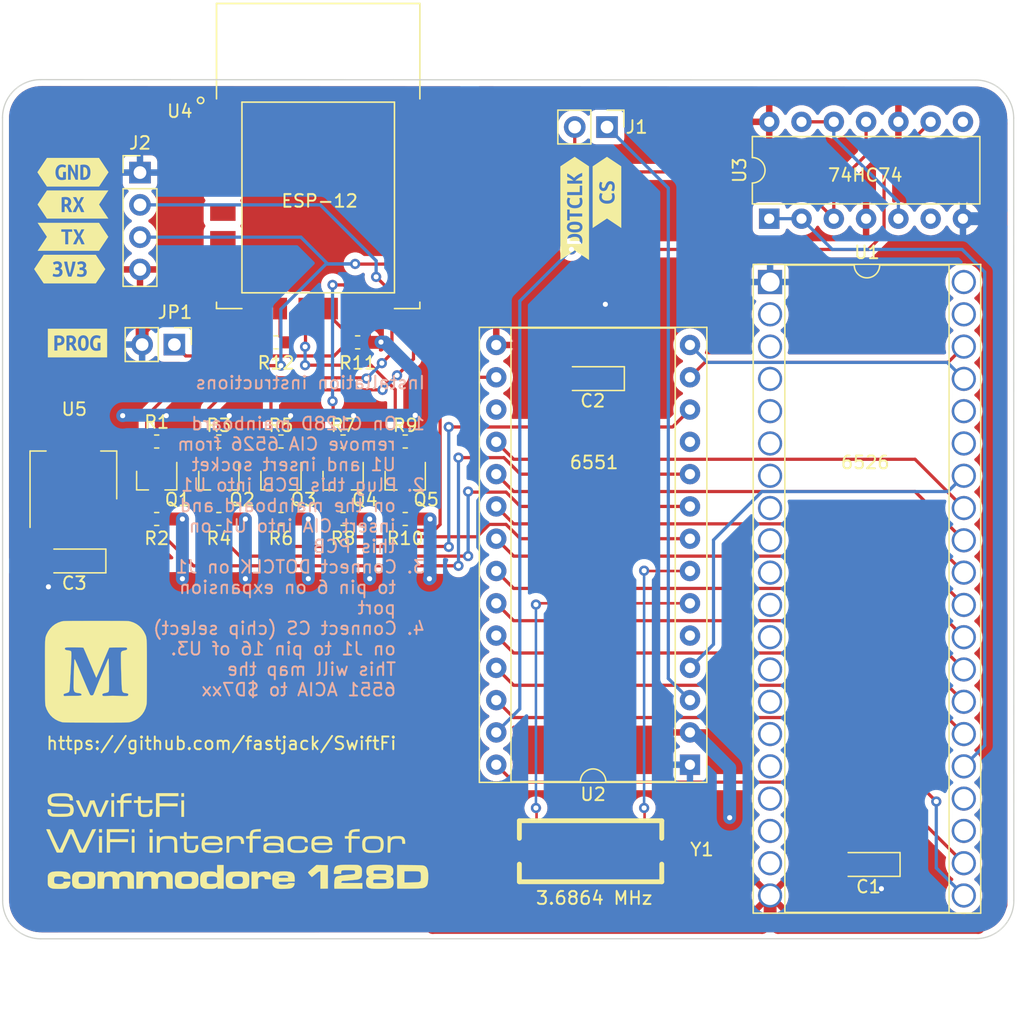
<source format=kicad_pcb>
(kicad_pcb (version 20210424) (generator pcbnew)
  (layers (0 "F.Cu" signal) (31 "B.Cu" signal) (34 "B.Paste" user) (35 "F.Paste" user) (36 "B.SilkS" user "B.Silkscreen") (37 "F.SilkS" user "F.Silkscreen") (38 "B.Mask" user) (39 "F.Mask" user) (44 "Edge.Cuts" user))
  (net 0 "")
  (net 1 "+5V")
  (net 2 "GND")
  (net 3 "+3V3")
  (net 4 "/ACIA_CS")
  (net 5 "/LV_TX")
  (net 6 "/LV_RX")
  (net 7 "/HV_RX")
  (net 8 "/HV_TX")
  (net 9 "Net-(JP1-Pad1)")
  (net 10 "/HV_CTS")
  (net 11 "/LV_CTS")
  (net 12 "/HV_RTS")
  (net 13 "/LV_RTS")
  (net 14 "/HV_DCD")
  (net 15 "/LV_DCD")
  (net 16 "Net-(R12-Pad2)")
  (net 20 "/A0")
  (net 22 "/A1")
  (net 24 "/A2")
  (net 26 "/A3")
  (net 28 "/~RESET")
  (net 30 "/D0")
  (net 32 "/D1")
  (net 34 "/D2")
  (net 36 "/D3")
  (net 38 "/D4")
  (net 40 "/D5")
  (net 42 "/D6")
  (net 44 "/D7")
  (net 46 "/PHI2")
  (net 52 "/R~W")
  (net 54 "/~IRQ")
  (net 55 "Net-(U2-Pad27)")
  (net 57 "/XTAL+")
  (net 58 "/XTAL-")
  (net 73 "/DOTCLK")
  (net 74 "Net-(U3-Pad12)")
  (footprint "Capacitor_Tantalum_SMD:CP_EIA-3216-10_Kemet-I_Pad1.58x1.35mm_HandSolder" (layer "F.Cu") (at 160.6792 79.76 180)
    (fp_text reference "C2")
    (fp_text value "100nF")
  )
  (footprint "M-Logo-08:F.SilkS_g17" (layer "F.Cu") (at 145.288 130.295769)
    (fp_text reference "M_LOGO" hide)
    (fp_text value "LOGO" hide)
  )
  (footprint "Package_TO_SOT_SMD_Custom:SOT-223" (layer "F.Cu") (at 119.8194 87.366 90)
    (fp_text reference "U5")
    (fp_text value "LM1117-3.3")
  )
  (footprint "Resistor_SMD:R_0603_1608Metric" (layer "F.Cu") (at 145.9286 84.709 180)
    (fp_text reference "R9")
    (fp_text value "10k")
  )
  (footprint "Package_TO_SOT_SMD:SOT-23" (layer "F.Cu") (at 145.9286 87.757 -90)
    (fp_text reference "Q5")
    (fp_text value "BSS138")
  )
  (footprint "XCVR_ESP8266-12E:ESP-12E" (layer "F.Cu") (at 139.079199 65.750592)
    (fp_text reference "U4")
    (fp_text value "ESP-12E")
  )
  (footprint "Package_DIP:DIP-28_W15.24mm_Socket" (layer "F.Cu") (at 168.3272 110.136 180)
    (fp_text reference "U2")
    (fp_text value "6551")
  )
  (footprint "Package_TO_SOT_SMD:SOT-23" (layer "F.Cu") (at 131.2631 87.757 -90)
    (fp_text reference "Q2")
    (fp_text value "BSS138")
  )
  (footprint "Resistor_SMD:R_0603_1608Metric" (layer "F.Cu") (at 126.3746 84.709 180)
    (fp_text reference "R1")
    (fp_text value "10k")
  )
  (footprint "Resistor_SMD:R_0603_1608Metric" (layer "F.Cu") (at 126.3746 90.805 180)
    (fp_text reference "R2")
    (fp_text value "10k")
  )
  (footprint "kicad-libraries:HC49%2fUS" (layer "F.Cu") (at 160.5072 116.9412 180)
    (fp_text reference "Y1")
    (fp_text value "3.6864 MHz")
  )
  (footprint "Resistor_SMD:R_0603_1608Metric" (layer "F.Cu") (at 131.2631 90.805 180)
    (fp_text reference "R4")
    (fp_text value "10k")
  )
  (footprint "Capacitor_Tantalum_SMD:CP_EIA-3216-10_Kemet-I_Pad1.58x1.35mm_HandSolder" (layer "F.Cu") (at 182.372 117.983 180)
    (fp_text reference "C1")
    (fp_text value "100nF")
  )
  (footprint "svg2mod" (layer "F.Cu") (at 161.798 65.112494 90)
    (fp_text reference "CS_LABEL" hide)
    (fp_text value "G***" hide)
  )
  (footprint "svg2mod" (layer "F.Cu") (at 119.7864 63.5254)
    (fp_text reference "GND_LABEL" hide)
    (fp_text value "G***" hide)
  )
  (footprint "Connector_PinHeader_2.54mm:PinHeader_1x02_P2.54mm_Vertical" (layer "F.Cu") (at 127.767 77.0822 -90)
    (fp_text reference "JP1")
    (fp_text value "PROG")
  )
  (footprint "Package_TO_SOT_SMD:SOT-23" (layer "F.Cu") (at 141.0401 87.757 -90)
    (fp_text reference "Q4")
    (fp_text value "BSS138")
  )
  (footprint "svg2mod" (layer "F.Cu") (at 120.142 76.962)
    (fp_text reference "PROG_LABEL" hide)
    (fp_text value "G***" hide)
  )
  (footprint "Package_TO_SOT_SMD:SOT-23" (layer "F.Cu") (at 136.1516 87.757 -90)
    (fp_text reference "Q3")
    (fp_text value "BSS138")
  )
  (footprint "Capacitor_Tantalum_SMD:CP_EIA-3216-10_Kemet-I_Pad1.58x1.35mm_HandSolder" (layer "F.Cu") (at 119.888 94.107 180)
    (fp_text reference "C3")
    (fp_text value "22µF")
  )
  (footprint "SwiftFi Text:F.SilkS_g388" (layer "F.Cu") (at 133.096 115.316)
    (fp_text reference "G***" hide)
    (fp_text value "LOGO" hide)
  )
  (footprint "Package_DIP:DIP-14_W7.62mm" (layer "F.Cu") (at 174.564 67.18 90)
    (fp_text reference "U3")
    (fp_text value "74HC74")
  )
  (footprint "Resistor_SMD:R_0603_1608Metric" (layer "F.Cu") (at 131.2631 84.709 180)
    (fp_text reference "R3")
    (fp_text value "10k")
  )
  (footprint "Resistor_SMD:R_0603_1608Metric" (layer "F.Cu") (at 142.1832 76.909)
    (fp_text reference "R11")
    (fp_text value "10k")
  )
  (footprint "Connector_PinHeader_2.54mm:PinHeader_1x04_P2.54mm_Vertical" (layer "F.Cu") (at 125.0604 63.5524)
    (fp_text reference "J2")
    (fp_text value "Programming")
  )
  (footprint "svg2mod" (layer "F.Cu") (at 119.5324 71.1454)
    (fp_text reference "3V3_LABEL" hide)
    (fp_text value "G***" hide)
  )
  (footprint "Resistor_SMD:R_0603_1608Metric" (layer "F.Cu") (at 145.9286 90.805 180)
    (fp_text reference "R10")
    (fp_text value "10k")
  )
  (footprint "svg2mod" (layer "F.Cu") (at 119.7864 66.0654)
    (fp_text reference "RX_LABEL" hide)
    (fp_text value "G***" hide)
  )
  (footprint "svg2mod" (layer "F.Cu") (at 119.7864 68.6054)
    (fp_text reference "TX_LABEL" hide)
    (fp_text value "G***" hide)
  )
  (footprint "Resistor_SMD:R_0603_1608Metric" (layer "F.Cu") (at 141.0401 84.709 180)
    (fp_text reference "R7")
    (fp_text value "10k")
  )
  (footprint "Package_TO_SOT_SMD:SOT-23" (layer "F.Cu") (at 126.3746 87.757 -90)
    (fp_text reference "Q1")
    (fp_text value "BSS138")
  )
  (footprint "svg2mod" (layer "F.Cu") (at 159.258 66.3702 90)
    (fp_text reference "DOTCLK_LABEL" hide)
    (fp_text value "G***" hide)
  )
  (footprint "Connector_PinHeader_2.54mm:PinHeader_1x02_P2.54mm_Vertical" (layer "F.Cu") (at 161.803 59.971 -90)
    (fp_text reference "J1")
    (fp_text value "Addl Signals")
  )
  (footprint "Resistor_SMD:R_0603_1608Metric" (layer "F.Cu") (at 141.0401 90.805 180)
    (fp_text reference "R8")
    (fp_text value "10k")
  )
  (footprint "Resistor_SMD:R_0603_1608Metric" (layer "F.Cu") (at 136.1516 84.709 180)
    (fp_text reference "R5")
    (fp_text value "10k")
  )
  (footprint "Resistor_SMD:R_0603_1608Metric" (layer "F.Cu") (at 136.1516 90.805 180)
    (fp_text reference "R6")
    (fp_text value "10k")
  )
  (footprint "Package_DIP:DIP-40_W15.24mm_Socket" (layer "F.Cu") (at 174.632 72.163)
    (fp_text reference "U1")
    (fp_text value "6526")
  )
  (footprint "Resistor_SMD:R_0603_1608Metric" (layer "F.Cu") (at 135.7632 76.909)
    (fp_text reference "R12")
    (fp_text value "10k")
  )
  (gr_arc (start 117.2536 120.8302) (end 117.2536 123.8302) (angle 90) (layer "Edge.Cuts") (width 0.1))
  (gr_arc (start 117.244 59.24) (end 114.244 59.24) (angle 90) (layer "Edge.Cuts") (width 0.1))
  (gr_line (start 117.244 56.24) (end 190.795026 56.267974) (layer "Edge.Cuts") (width 0.1))
  (gr_line (start 114.2536 120.8302) (end 114.244 59.24) (layer "Edge.Cuts") (width 0.1))
  (gr_arc (start 190.795026 59.267974) (end 190.795026 56.267974) (angle 90) (layer "Edge.Cuts") (width 0.1))
  (gr_line (start 193.795026 59.267974) (end 193.8072 120.8206) (layer "Edge.Cuts") (width 0.1))
  (gr_line (start 190.8072 123.8206) (end 117.2536 123.8302) (layer "Edge.Cuts") (width 0.1))
  (gr_arc (start 190.8072 120.8206) (end 193.8072 120.8206) (angle 90) (layer "Edge.Cuts") (width 0.1))
  (gr_text "Installation instructions\n\n1. On C128D mainboard\n   remove CIA 6526 from \n   U1 and insert socket\n2. Plug this PCB into U1\n   on the mainboard and\n   insert CIA into U1 on\n   this PCB\n3. Connect DOTCLK on J1\n   to pin 6 on expansion\n   port\n4. Connect CS (chip select)\n   on J1 to pin 16 of U3.\n   This will map the \n   6551 ACIA to $D7xx\n\n" (at 147.574 92.964) (layer "B.SilkS") (effects (font (size 1 1)) (justify left mirror)))
  (gr_text "6551" (at 160.782 86.36) (layer "F.SilkS") (effects (font (size 1 1))))
  (gr_text "https://github.com/fastjack/SwiftFi" (at 117.602 108.458) (layer "F.SilkS") (effects (font (size 1 1)) (justify left)))
  (gr_text "ESP-12" (at 139.192 65.786) (layer "F.SilkS") (effects (font (size 1 1))))
  (gr_text "74HC74" (at 182.118 63.754) (layer "F.SilkS") (effects (font (size 1 1))))
  (gr_text "6526" (at 182.118 86.36) (layer "F.SilkS") (effects (font (size 1 1))))
  (segment (start 128.397 95.504) (end 127.762 95.504) (width 1.016) (layer "F.Cu") (net 1))
  (segment (start 133.35 95.504) (end 132.842 95.504) (width 1.016) (layer "F.Cu") (net 1))
  (segment (start 192.786 59.69) (end 190.5 57.404) (width 1.016) (layer "F.Cu") (net 1))
  (segment (start 175.006 57.404) (end 174.564 57.846) (width 1.016) (layer "F.Cu") (net 1))
  (segment (start 141.8276 90.805) (end 143.129 90.805) (width 1.016) (layer "F.Cu") (net 1))
  (segment (start 154.178 57.404) (end 153.0872 58.4948) (width 1.016) (layer "F.Cu") (net 1))
  (segment (start 146.7161 90.805) (end 147.88248 90.805) (width 1.016) (layer "F.Cu") (net 1))
  (segment (start 184.724 57.724) (end 184.404 57.404) (width 1.016) (layer "F.Cu") (net 1))
  (segment (start 174.122 57.404) (end 154.178 57.404) (width 1.016) (layer "F.Cu") (net 1))
  (segment (start 138.303 95.504) (end 137.795 95.504) (width 1.016) (layer "F.Cu") (net 1))
  (segment (start 148.082 95.504) (end 148.082 122.936) (width 1.016) (layer "F.Cu") (net 1))
  (segment (start 132.0506 90.805) (end 133.35 90.805) (width 1.016) (layer "F.Cu") (net 1))
  (segment (start 192.786 121.158) (end 192.786 59.69) (width 1.016) (layer "F.Cu") (net 1))
  (segment (start 148.082 95.504) (end 147.32 95.504) (width 1.016) (layer "F.Cu") (net 1))
  (segment (start 142.494 95.504) (end 137.795 95.504) (width 1.016) (layer "F.Cu") (net 1))
  (segment (start 148.082 95.504) (end 148.082 96.52) (width 1.016) (layer "F.Cu") (net 1))
  (segment (start 174.564 57.846) (end 174.122 57.404) (width 1.016) (layer "F.Cu") (net 1))
  (segment (start 171.45 117.084903) (end 171.45 115.316) (width 1.016) (layer "F.Cu") (net 1))
  (segment (start 125.73 95.504) (end 122.1194 91.8934) (width 1.016) (layer "F.Cu") (net 1))
  (segment (start 185.044 57.404) (end 184.724 57.724) (width 1.016) (layer "F.Cu") (net 1))
  (segment (start 191.008 122.936) (end 192.786 121.158) (width 1.016) (layer "F.Cu") (net 1))
  (segment (start 127.762 95.504) (end 125.73 95.504) (width 1.016) (layer "F.Cu") (net 1))
  (segment (start 143.129 95.504) (end 142.494 95.504) (width 1.016) (layer "F.Cu") (net 1))
  (segment (start 174.004 122.936) (end 174.632 122.308) (width 1.016) (layer "F.Cu") (net 1))
  (segment (start 171.45 115.316) (end 171.45 114.3) (width 1.016) (layer "F.Cu") (net 1))
  (segment (start 184.404 57.404) (end 175.006 57.404) (width 1.016) (layer "F.Cu") (net 1))
  (segment (start 147.32 95.504) (end 142.494 95.504) (width 1.016) (layer "F.Cu") (net 1))
  (segment (start 136.9391 90.805) (end 138.303 90.805) (width 1.016) (layer "F.Cu") (net 1))
  (segment (start 148.082 122.936) (end 174.004 122.936) (width 1.016) (layer "F.Cu") (net 1))
  (segment (start 147.828 95.504) (end 147.32 95.504) (width 1.016) (layer "F.Cu") (net 1))
  (segment (start 174.632 122.308) (end 174.632 120.423) (width 1.016) (layer "F.Cu") (net 1))
  (segment (start 174.632 122.308) (end 175.26 122.936) (width 1.016) (layer "F.Cu") (net 1))
  (segment (start 175.26 122.936) (end 191.008 122.936) (width 1.016) (layer "F.Cu") (net 1))
  (segment (start 190.5 57.404) (end 185.044 57.404) (width 1.016) (layer "F.Cu") (net 1))
  (segment (start 127.1621 90.805) (end 128.397 90.805) (width 1.016) (layer "F.Cu") (net 1))
  (segment (start 122.1194 91.8934) (end 122.1194 90.516) (width 1.016) (layer "F.Cu") (net 1))
  (segment (start 132.842 95.504) (end 127.762 95.504) (width 1.016) (layer "F.Cu") (net 1))
  (segment (start 137.795 95.504) (end 132.842 95.504) (width 1.016) (layer "F.Cu") (net 1))
  (via (at 147.828 95.504) (size 0.8) (drill 0.4) (layers "F.Cu" "B.Cu") (net 1))
  (via (at 138.303 90.805) (size 0.8) (drill 0.4) (layers "F.Cu" "B.Cu") (net 1))
  (via (at 143.129 95.504) (size 0.8) (drill 0.4) (layers "F.Cu" "B.Cu") (net 1))
  (via (at 147.88248 90.805) (size 0.8) (drill 0.4) (layers "F.Cu" "B.Cu") (net 1))
  (via (at 128.397 90.805) (size 0.8) (drill 0.4) (layers "F.Cu" "B.Cu") (net 1))
  (via (at 128.397 95.504) (size 0.8) (drill 0.4) (layers "F.Cu" "B.Cu") (net 1))
  (via (at 138.303 95.504) (size 0.8) (drill 0.4) (layers "F.Cu" "B.Cu") (net 1))
  (via (at 171.45 114.3) (size 0.8) (drill 0.4) (layers "F.Cu" "B.Cu") (net 1))
  (via (at 143.129 90.805) (size 0.8) (drill 0.4) (layers "F.Cu" "B.Cu") (net 1))
  (via (at 133.35 90.805) (size 0.8) (drill 0.4) (layers "F.Cu" "B.Cu") (net 1))
  (via (at 133.35 95.504) (size 0.8) (drill 0.4) (layers "F.Cu" "B.Cu") (net 1))
  (segment (start 143.129 90.805) (end 143.129 95.504) (width 1.016) (layer "B.Cu") (net 1))
  (segment (start 168.3272 107.596) (end 168.66072 107.596) (width 1.016) (layer "B.Cu") (net 1))
  (segment (start 147.88248 90.805) (end 147.88248 95.44952) (width 1.016) (layer "B.Cu") (net 1))
  (segment (start 168.66072 107.596) (end 171.45 110.38528) (width 1.016) (layer "B.Cu") (net 1))
  (segment (start 147.88248 95.44952) (end 147.828 95.504) (width 1.016) (layer "B.Cu") (net 1))
  (segment (start 171.45 110.38528) (end 169.693209 108.628489) (width 1.016) (layer "B.Cu") (net 1))
  (segment (start 133.35 90.805) (end 133.35 95.504) (width 1.016) (layer "B.Cu") (net 1))
  (segment (start 171.45 114.3) (end 171.45 110.38528) (width 1.016) (layer "B.Cu") (net 1))
  (segment (start 138.303 90.805) (end 138.303 95.504) (width 1.016) (layer "B.Cu") (net 1))
  (segment (start 128.397 90.805) (end 128.397 95.504) (width 1.016) (layer "B.Cu") (net 1))
  (segment (start 134.079199 74.250592) (end 134.079199 76.012499) (width 1.016) (layer "F.Cu") (net 2))
  (segment (start 118.4505 95.5445) (end 117.856 96.139) (width 1.016) (layer "F.Cu") (net 2))
  (segment (start 117.5194 93.1759) (end 118.4505 94.107) (width 1.016) (layer "F.Cu") (net 2))
  (segment (start 118.4505 94.107) (end 118.4505 95.5445) (width 1.016) (layer "F.Cu") (net 2))
  (segment (start 161.671 79.3143) (end 162.1167 79.76) (width 1.016) (layer "F.Cu") (net 2))
  (segment (start 183.388 118.4045) (end 183.8095 117.983) (width 1.016) (layer "F.Cu") (net 2))
  (segment (start 183.388 119.888) (end 183.388 118.4045) (width 1.016) (layer "F.Cu") (net 2))
  (segment (start 125.227 77.0822) (end 125.227 75.880119) (width 1.016) (layer "F.Cu") (net 2))
  (segment (start 125.227 75.880119) (end 126.856527 74.250592) (width 1.016) (layer "F.Cu") (net 2))
  (segment (start 117.5194 90.516) (end 117.5194 93.1759) (width 1.016) (layer "F.Cu") (net 2))
  (segment (start 134.079199 76.012499) (end 134.9757 76.909) (width 1.016) (layer "F.Cu") (net 2))
  (segment (start 161.671 73.914) (end 161.671 79.3143) (width 1.016) (layer "F.Cu") (net 2))
  (segment (start 126.856527 74.250592) (end 134.079199 74.250592) (width 1.016) (layer "F.Cu") (net 2))
  (via (at 161.671 73.914) (size 0.8) (drill 0.4) (layers "F.Cu" "B.Cu") (net 2))
  (via (at 183.388 119.888) (size 0.8) (drill 0.4) (layers "F.Cu" "B.Cu") (net 2))
  (via (at 117.856 96.139) (size 0.8) (drill 0.4) (layers "F.Cu" "B.Cu") (net 2))
  (segment (start 192.786 66.542) (end 192.148 67.18) (width 1.016) (layer "B.Cu") (net 2))
  (segment (start 167.7444 122.682) (end 117.602 122.682) (width 1.016) (layer "B.Cu") (net 2))
  (segment (start 115.316 64.008) (end 115.7716 63.5524) (width 1.016) (layer "B.Cu") (net 2))
  (segment (start 115.316 96.774) (end 115.951 96.139) (width 1.016) (layer "B.Cu") (net 2))
  (segment (start 190.754 122.682) (end 183.896 122.682) (width 1.016) (layer "B.Cu") (net 2))
  (segment (start 182.88 122.682) (end 168.91 122.682) (width 1.016) (layer "B.Cu") (net 2))
  (segment (start 115.316 76.1864) (end 115.316 64.008) (width 1.016) (layer "B.Cu") (net 2))
  (segment (start 161.671 66.929) (end 161.671 73.914) (width 1.016) (layer "B.Cu") (net 2))
  (segment (start 170.688 68.326) (end 170.688 57.404) (width 1.016) (layer "B.Cu") (net 2))
  (segment (start 154.432 59.69) (end 161.671 66.929) (width 1.016) (layer "B.Cu") (net 2))
  (segment (start 115.316 120.396) (end 115.316 96.774) (width 1.016) (layer "B.Cu") (net 2))
  (segment (start 115.316 63.0968) (end 115.316 59.436) (width 1.016) (layer "B.Cu") (net 2))
  (segment (start 190.754 57.404) (end 192.786 59.436) (width 1.016) (layer "B.Cu") (net 2))
  (segment (start 117.348 57.404) (end 153.924 57.404) (width 1.016) (layer "B.Cu") (net 2))
  (segment (start 115.951 96.139) (end 117.856 96.139) (width 1.016) (layer "B.Cu") (net 2))
  (segment (start 183.388 122.174) (end 183.388 119.888) (width 1.016) (layer "B.Cu") (net 2))
  (segment (start 115.7716 63.5524) (end 115.316 63.0968) (width 1.016) (layer "B.Cu") (net 2))
  (segment (start 116.2118 77.0822) (end 115.316 76.1864) (width 1.016) (layer "B.Cu") (net 2))
  (segment (start 153.924 57.404) (end 154.432 57.912) (width 1.016) (layer "B.Cu") (net 2))
  (segment (start 174.632 72.163) (end 174.525 72.163) (width 1.016) (layer "B.Cu") (net 2))
  (segment (start 115.316 59.436) (end 117.348 57.404) (width 1.016) (layer "B.Cu") (net 2))
  (segment (start 154.94 57.404) (end 169.418 57.404) (width 1.016) (layer "B.Cu") (net 2))
  (segment (start 170.688 57.404) (end 190.754 57.404) (width 1.016) (layer "B.Cu") (net 2))
  (segment (start 154.432 57.912) (end 154.94 57.404) (width 1.016) (layer "B.Cu") (net 2))
  (segment (start 168.91 122.682) (end 168.3272 122.0992) (width 1.016) (layer "B.Cu") (net 2))
  (segment (start 192.786 120.65) (end 190.754 122.682) (width 1.016) (layer "B.Cu") (net 2))
  (segment (start 192.786 59.436) (end 192.786 66.542) (width 1.016) (layer "B.Cu") (net 2))
  (segment (start 168.3272 122.0992) (end 167.7444 122.682) (width 1.016) (layer "B.Cu") (net 2))
  (segment (start 117.602 122.682) (end 115.316 120.396) (width 1.016) (layer "B.Cu") (net 2))
  (segment (start 115.951 96.139) (end 115.316 95.504) (width 1.016) (layer "B.Cu") (net 2))
  (segment (start 115.316 95.504) (end 115.316 77.978) (width 1.016) (layer "B.Cu") (net 2))
  (segment (start 154.432 57.912) (end 154.432 59.69) (width 1.016) (layer "B.Cu") (net 2))
  (segment (start 192.148 67.18) (end 189.804 67.18) (width 1.016) (layer "B.Cu") (net 2))
  (segment (start 115.316 77.978) (end 116.2118 77.0822) (width 1.016) (layer "B.Cu") (net 2))
  (segment (start 183.896 122.682) (end 183.388 122.174) (width 1.016) (layer "B.Cu") (net 2))
  (segment (start 192.786 67.818) (end 192.786 120.65) (width 1.016) (layer "B.Cu") (net 2))
  (segment (start 183.388 122.174) (end 182.88 122.682) (width 1.016) (layer "B.Cu") (net 2))
  (segment (start 192.148 67.18) (end 192.786 67.818) (width 1.016) (layer "B.Cu") (net 2))
  (segment (start 141.8276 84.709) (end 141.8276 86.5945) (width 1.016) (layer "F.Cu") (net 3))
  (segment (start 115.316 59.436) (end 117.348 57.404) (width 1.016) (layer "F.Cu") (net 3))
  (segment (start 132.0506 84.709) (end 132.0506 86.5945) (width 1.016) (layer "F.Cu") (net 3))
  (segment (start 141.8276 82.7084) (end 141.859 82.677) (width 1.016) (layer "F.Cu") (net 3))
  (segment (start 132.0506 86.5945) (end 132.2131 86.757) (width 1.016) (layer "F.Cu") (net 3))
  (segment (start 115.316 83.962) (end 115.316 59.436) (width 1.016) (layer "F.Cu") (net 3))
  (segment (start 136.9391 86.5945) (end 137.1016 86.757) (width 1.016) (layer "F.Cu") (net 3))
  (segment (start 146.7161 84.709) (end 146.7161 86.5945) (width 1.016) (layer "F.Cu") (net 3))
  (segment (start 127.1621 84.709) (end 127.1621 82.7121) (width 1.016) (layer "F.Cu") (net 3))
  (segment (start 127.1621 82.7121) (end 127.127 82.677) (width 1.016) (layer "F.Cu") (net 3))
  (segment (start 136.9391 82.7101) (end 136.906 82.677) (width 1.016) (layer "F.Cu") (net 3))
  (segment (start 141.8276 84.709) (end 141.8276 82.7084) (width 1.016) (layer "F.Cu") (net 3))
  (segment (start 115.57 84.216) (end 115.316 83.962) (width 1.016) (layer "F.Cu") (net 3))
  (segment (start 143.9948 76.909) (end 142.9707 76.909) (width 1.016) (layer "F.Cu") (net 3))
  (segment (start 117.348 57.404) (end 149.098 57.404) (width 1.016) (layer "F.Cu") (net 3))
  (segment (start 132.0506 82.7064) (end 132.08 82.677) (width 1.016) (layer "F.Cu") (net 3))
  (segment (start 144.018 76.8858) (end 143.9948 76.909) (width 1.016) (layer "F.Cu") (net 3))
  (segment (start 127.1621 86.5945) (end 127.3246 86.757) (width 1.016) (layer "F.Cu") (net 3))
  (segment (start 136.9391 84.709) (end 136.9391 86.5945) (width 1.016) (layer "F.Cu") (net 3))
  (segment (start 146.7161 86.5945) (end 146.8786 86.757) (width 1.016) (layer "F.Cu") (net 3))
  (segment (start 119.8194 90.516) (end 119.8194 92.6009) (width 1.016) (layer "F.Cu") (net 3))
  (segment (start 136.9391 84.709) (end 136.9391 82.7101) (width 1.016) (layer "F.Cu") (net 3))
  (segment (start 127.1621 84.709) (end 127.1621 86.5945) (width 1.016) (layer "F.Cu") (net 3))
  (segment (start 132.0506 84.709) (end 132.0506 82.7064) (width 1.016) (layer "F.Cu") (net 3))
  (segment (start 146.7104 82.6516) (end 146.7161 82.6573) (width 1.016) (layer "F.Cu") (net 3))
  (segment (start 146.7161 82.6573) (end 146.7161 84.709) (width 1.016) (layer "F.Cu") (net 3))
  (segment (start 119.8194 92.6009) (end 121.3255 94.107) (width 1.016) (layer "F.Cu") (net 3))
  (segment (start 141.8276 86.5945) (end 141.9901 86.757) (width 1.016) (layer "F.Cu") (net 3))
  (via (at 123.698 82.677) (size 0.8) (drill 0.4) (layers "F.Cu" "B.Cu") (net 3))
  (via (at 144.018 76.8858) (size 0.8) (drill 0.4) (layers "F.Cu" "B.Cu") (net 3))
  (via (at 136.906 82.677) (size 0.8) (drill 0.4) (layers "F.Cu" "B.Cu") (net 3))
  (via (at 146.7104 82.6516) (size 0.8) (drill 0.4) (layers "F.Cu" "B.Cu") (net 3))
  (via (at 146.7104 82.6516) (size 0.8) (drill 0.4) (layers "F.Cu" "B.Cu") (net 3))
  (via (at 127.127 82.677) (size 0.8) (drill 0.4) (layers "F.Cu" "B.Cu") (net 3))
  (via (at 141.859 82.677) (size 0.8) (drill 0.4) (layers "F.Cu" "B.Cu") (net 3))
  (via (at 132.08 82.677) (size 0.8) (drill 0.4) (layers "F.Cu" "B.Cu") (net 3))
  (segment (start 132.044511 82.641511) (end 131.536511 82.641511) (width 1.016) (layer "B.Cu") (net 3))
  (segment (start 144.310917 76.8858) (end 146.7104 79.285283) (width 1.016) (layer "B.Cu") (net 3))
  (segment (start 123.698 82.677) (end 123.733489 82.641511) (width 1.016) (layer "B.Cu") (net 3))
  (segment (start 136.433489 82.641511) (end 141.386489 82.641511) (width 1.016) (layer "B.Cu") (net 3))
  (segment (start 146.085489 82.641511) (end 141.386489 82.641511) (width 1.016) (layer "B.Cu") (net 3))
  (segment (start 127.127 82.677) (end 127.091511 82.641511) (width 1.016) (layer "B.Cu") (net 3))
  (segment (start 127.091511 82.641511) (end 126.583511 82.641511) (width 1.016) (layer "B.Cu") (net 3))
  (segment (start 146.095578 82.6516) (end 146.085489 82.641511) (width 1.016) (layer "B.Cu") (net 3))
  (segment (start 146.7104 82.6516) (end 146.095578 82.6516) (width 1.016) (layer "B.Cu") (net 3))
  (segment (start 123.733489 82.641511) (end 126.583511 82.641511) (width 1.016) (layer "B.Cu") (net 3))
  (segment (start 136.870511 82.641511) (end 136.433489 82.641511) (width 1.016) (layer "B.Cu") (net 3))
  (segment (start 146.7104 79.285283) (end 146.7104 82.6516) (width 1.016) (layer "B.Cu") (net 3))
  (segment (start 136.906 82.677) (end 136.870511 82.641511) (width 1.016) (layer "B.Cu") (net 3))
  (segment (start 131.536511 82.641511) (end 136.433489 82.641511) (width 1.016) (layer "B.Cu") (net 3))
  (segment (start 132.08 82.677) (end 132.044511 82.641511) (width 1.016) (layer "B.Cu") (net 3))
  (segment (start 141.859 82.677) (end 141.823511 82.641511) (width 1.016) (layer "B.Cu") (net 3))
  (segment (start 144.018 76.8858) (end 144.310917 76.8858) (width 1.016) (layer "B.Cu") (net 3))
  (segment (start 141.823511 82.641511) (end 141.386489 82.641511) (width 1.016) (layer "B.Cu") (net 3))
  (segment (start 126.583511 82.641511) (end 131.536511 82.641511) (width 1.016) (layer "B.Cu") (net 3))
  (segment locked (start 161.825 59.971) (end 161.803 59.971) (width 0.254) (layer "B.Cu") (net 4))
  (segment locked (start 168.3272 105.056) (end 166.624 103.3528) (width 0.254) (layer "B.Cu") (net 4))
  (segment locked (start 166.624 64.77) (end 161.825 59.971) (width 0.254) (layer "B.Cu") (net 4))
  (segment locked (start 166.624 103.3528) (end 166.624 64.77) (width 0.254) (layer "B.Cu") (net 4))
  (segment (start 125.4246 84.8715) (end 125.5871 84.709) (width 0.254) (layer "F.Cu") (net 5))
  (segment locked (start 141.986 70.739) (end 141.997592 70.750592) (width 0.254) (layer "F.Cu") (net 5))
  (segment (start 125.5871 84.709) (end 125.5871 82.6929) (width 0.254) (layer "F.Cu") (net 5))
  (segment (start 125.5871 82.6929) (end 129.54 78.74) (width 0.254) (layer "F.Cu") (net 5))
  (segment locked (start 141.997592 70.750592) (end 146.579199 70.750592) (width 0.254) (layer "F.Cu") (net 5))
  (segment (start 125.4246 86.757) (end 125.4246 84.8715) (width 0.254) (layer "F.Cu") (net 5))
  (segment (start 129.54 78.74) (end 136.144 78.74) (width 0.254) (layer "F.Cu") (net 5))
  (via (at 136.144 78.74) (size 0.8) (drill 0.4) (layers "F.Cu" "B.Cu") (net 5))
  (via locked (at 141.986 70.739) (size 0.8) (drill 0.4) (layers "F.Cu" "B.Cu") (net 5))
  (segment (start 139.827 70.739) (end 137.7204 68.6324) (width 0.254) (layer "B.Cu") (net 5))
  (segment (start 137.7204 68.6324) (end 125.0604 68.6324) (width 0.254) (layer "B.Cu") (net 5))
  (segment (start 139.7 70.739) (end 141.986 70.739) (width 0.254) (layer "B.Cu") (net 5))
  (segment (start 136.144 78.74) (end 136.144 74.295) (width 0.254) (layer "B.Cu") (net 5))
  (segment (start 141.986 70.739) (end 139.827 70.739) (width 0.254) (layer "B.Cu") (net 5))
  (segment (start 136.144 74.295) (end 139.7 70.739) (width 0.254) (layer "B.Cu") (net 5))
  (segment (start 135.3641 81.5519) (end 135.3641 84.709) (width 0.254) (layer "F.Cu") (net 6))
  (segment (start 145.288 79.502) (end 146.579199 78.210801) (width 0.254) (layer "F.Cu") (net 6))
  (segment (start 144.133572 80.645) (end 136.271 80.645) (width 0.254) (layer "F.Cu") (net 6))
  (segment (start 144.139286 80.650714) (end 144.133572 80.645) (width 0.254) (layer "F.Cu") (net 6))
  (segment locked (start 144.632592 72.750592) (end 146.579199 72.750592) (width 0.254) (layer "F.Cu") (net 6))
  (segment (start 135.2016 84.8715) (end 135.3641 84.709) (width 0.254) (layer "F.Cu") (net 6))
  (segment locked (start 143.637 71.755) (end 144.632592 72.750592) (width 0.254) (layer "F.Cu") (net 6))
  (segment (start 136.271 80.645) (end 135.3641 81.5519) (width 0.254) (layer "F.Cu") (net 6))
  (segment (start 135.2016 86.757) (end 135.2016 84.8715) (width 0.254) (layer "F.Cu") (net 6))
  (segment (start 146.579199 78.210801) (end 146.579199 72.750592) (width 0.254) (layer "F.Cu") (net 6))
  (via (at 144.139286 80.650714) (size 0.8) (drill 0.4) (layers "F.Cu" "B.Cu") (net 6))
  (via locked (at 143.637 71.755) (size 0.8) (drill 0.4) (layers "F.Cu" "B.Cu") (net 6))
  (via (at 145.288 79.502) (size 0.8) (drill 0.4) (layers "F.Cu" "B.Cu") (net 6))
  (segment locked (start 139.2444 66.0924) (end 143.637 70.485) (width 0.254) (layer "B.Cu") (net 6))
  (segment (start 145.288 79.502) (end 144.139286 80.650714) (width 0.254) (layer "B.Cu") (net 6))
  (segment locked (start 125.0604 66.0924) (end 139.2444 66.0924) (width 0.254) (layer "B.Cu") (net 6))
  (segment locked (start 143.637 70.485) (end 143.637 71.755) (width 0.254) (layer "B.Cu") (net 6))
  (segment (start 149.3165 92.964) (end 137.033 92.964) (width 0.254) (layer "F.Cu") (net 7))
  (segment (start 149.352 83.566) (end 166.9572 83.566) (width 0.254) (layer "F.Cu") (net 7))
  (segment (start 137.033 92.964) (end 135.3641 91.2951) (width 0.254) (layer "F.Cu") (net 7))
  (segment (start 135.3641 90.805) (end 135.3641 89.5445) (width 0.254) (layer "F.Cu") (net 7))
  (segment (start 135.3641 89.5445) (end 136.1516 88.757) (width 0.254) (layer "F.Cu") (net 7))
  (segment (start 135.3641 91.2951) (end 135.3641 90.805) (width 0.254) (layer "F.Cu") (net 7))
  (segment (start 166.9572 83.566) (end 168.3272 82.196) (width 0.254) (layer "F.Cu") (net 7))
  (segment (start 149.352 92.9995) (end 149.3165 92.964) (width 0.254) (layer "F.Cu") (net 7))
  (via (at 149.352 92.9995) (size 0.8) (drill 0.4) (layers "F.Cu" "B.Cu") (net 7))
  (via (at 149.352 83.566) (size 0.8) (drill 0.4) (layers "F.Cu" "B.Cu") (net 7))
  (segment (start 149.352 92.9995) (end 149.352 83.566) (width 0.254) (layer "B.Cu") (net 7))
  (segment (start 125.5871 89.5445) (end 126.3746 88.757) (width 0.254) (layer "F.Cu") (net 8))
  (segment (start 153.688826 85.979) (end 154.985826 87.276) (width 0.254) (layer "F.Cu") (net 8))
  (segment (start 129.2701 94.488) (end 125.5871 90.805) (width 0.254) (layer "F.Cu") (net 8))
  (segment (start 150.114 85.979) (end 153.688826 85.979) (width 0.254) (layer "F.Cu") (net 8))
  (segment (start 154.985826 87.276) (end 168.3272 87.276) (width 0.254) (layer "F.Cu") (net 8))
  (segment (start 150.114 94.488) (end 129.2701 94.488) (width 0.254) (layer "F.Cu") (net 8))
  (segment (start 125.5871 90.805) (end 125.5871 89.5445) (width 0.254) (layer "F.Cu") (net 8))
  (via (at 150.114 85.979) (size 0.8) (drill 0.4) (layers "F.Cu" "B.Cu") (net 8))
  (via (at 150.114 94.488) (size 0.8) (drill 0.4) (layers "F.Cu" "B.Cu") (net 8))
  (segment (start 150.114 85.979) (end 150.114 94.488) (width 0.254) (layer "B.Cu") (net 8))
  (segment (start 141.3957 76.2447) (end 140.079199 74.928199) (width 0.254) (layer "F.Cu") (net 9))
  (segment (start 141.3957 76.909) (end 141.3957 76.2447) (width 0.254) (layer "F.Cu") (net 9))
  (segment (start 140.3267 77.978) (end 141.3957 76.909) (width 0.254) (layer "F.Cu") (net 9))
  (segment (start 127.767 77.0822) (end 128.6628 77.978) (width 0.254) (layer "F.Cu") (net 9))
  (segment (start 128.6628 77.978) (end 140.3267 77.978) (width 0.254) (layer "F.Cu") (net 9))
  (segment (start 140.079199 74.928199) (end 140.079199 74.250592) (width 0.254) (layer "F.Cu") (net 9))
  (segment (start 154.985826 89.816) (end 168.3272 89.816) (width 0.254) (layer "F.Cu") (net 10))
  (segment (start 132.9216 93.726) (end 130.4756 91.28) (width 0.254) (layer "F.Cu") (net 10))
  (segment (start 130.4756 91.28) (end 130.4756 90.805) (width 0.254) (layer "F.Cu") (net 10))
  (segment (start 150.919489 88.689489) (end 153.859315 88.689489) (width 0.254) (layer "F.Cu") (net 10))
  (segment (start 150.876 93.726) (end 132.9216 93.726) (width 0.254) (layer "F.Cu") (net 10))
  (segment (start 130.4756 89.5445) (end 131.2631 88.757) (width 0.254) (layer "F.Cu") (net 10))
  (segment (start 150.876 88.646) (end 150.919489 88.689489) (width 0.254) (layer "F.Cu") (net 10))
  (segment (start 130.4756 90.805) (end 130.4756 89.5445) (width 0.254) (layer "F.Cu") (net 10))
  (segment (start 153.859315 88.689489) (end 154.985826 89.816) (width 0.254) (layer "F.Cu") (net 10))
  (via (at 150.876 88.646) (size 0.8) (drill 0.4) (layers "F.Cu" "B.Cu") (net 10))
  (via (at 150.876 93.726) (size 0.8) (drill 0.4) (layers "F.Cu" "B.Cu") (net 10))
  (segment (start 150.876 88.646) (end 150.876 93.726) (width 0.254) (layer "B.Cu") (net 10))
  (segment (start 144.8816 77.7494) (end 144.8816 75.052993) (width 0.254) (layer "F.Cu") (net 11))
  (segment (start 144.087214 78.543786) (end 144.8816 77.7494) (width 0.254) (layer "F.Cu") (net 11))
  (segment (start 130.4756 82.1224) (end 130.4756 84.709) (width 0.254) (layer "F.Cu") (net 11))
  (segment (start 130.3131 84.8715) (end 130.4756 84.709) (width 0.254) (layer "F.Cu") (net 11))
  (segment (start 142.875 79.756) (end 142.817214 79.698214) (width 0.254) (layer "F.Cu") (net 11))
  (segment (start 144.8816 75.052993) (end 144.079199 74.250592) (width 0.254) (layer "F.Cu") (net 11))
  (segment (start 142.817214 79.698214) (end 132.899786 79.698214) (width 0.254) (layer "F.Cu") (net 11))
  (segment (start 130.3131 86.757) (end 130.3131 84.8715) (width 0.254) (layer "F.Cu") (net 11))
  (segment (start 132.899786 79.698214) (end 130.4756 82.1224) (width 0.254) (layer "F.Cu") (net 11))
  (via (at 142.875 79.756) (size 0.8) (drill 0.4) (layers "F.Cu" "B.Cu") (net 11))
  (via (at 144.087214 78.543786) (size 0.8) (drill 0.4) (layers "F.Cu" "B.Cu") (net 11))
  (segment (start 144.087214 78.543786) (end 142.875 79.756) (width 0.254) (layer "B.Cu") (net 11))
  (segment (start 153.859315 91.229489) (end 154.985826 92.356) (width 0.254) (layer "F.Cu") (net 12))
  (segment (start 140.2526 90.8496) (end 141.605 92.202) (width 0.254) (layer "F.Cu") (net 12))
  (segment (start 151.573963 92.202) (end 152.546474 91.229489) (width 0.254) (layer "F.Cu") (net 12))
  (segment (start 140.2526 90.805) (end 140.2526 89.5445) (width 0.254) (layer "F.Cu") (net 12))
  (segment (start 140.2526 90.805) (end 140.2526 90.8496) (width 0.254) (layer "F.Cu") (net 12))
  (segment (start 152.546474 91.229489) (end 153.859315 91.229489) (width 0.254) (layer "F.Cu") (net 12))
  (segment (start 140.2526 89.5445) (end 141.0401 88.757) (width 0.254) (layer "F.Cu") (net 12))
  (segment (start 154.985826 92.356) (end 168.3272 92.356) (width 0.254) (layer "F.Cu") (net 12))
  (segment (start 141.605 92.202) (end 151.573963 92.202) (width 0.254) (layer "F.Cu") (net 12))
  (segment (start 140.208 72.39) (end 141.097 72.39) (width 0.254) (layer "F.Cu") (net 13))
  (segment (start 142.079199 73.372199) (end 142.079199 74.250592) (width 0.254) (layer "F.Cu") (net 13))
  (segment (start 140.0901 84.8715) (end 140.2526 84.709) (width 0.254) (layer "F.Cu") (net 13))
  (segment (start 140.2526 84.709) (end 140.2526 81.5786) (width 0.254) (layer "F.Cu") (net 13))
  (segment (start 140.0901 86.757) (end 140.0901 84.8715) (width 0.254) (layer "F.Cu") (net 13))
  (segment (start 141.097 72.39) (end 142.079199 73.372199) (width 0.254) (layer "F.Cu") (net 13))
  (segment (start 140.2526 81.5786) (end 140.208 81.534) (width 0.254) (layer "F.Cu") (net 13))
  (via (at 140.208 72.39) (size 0.8) (drill 0.4) (layers "F.Cu" "B.Cu") (net 13))
  (via (at 140.208 81.534) (size 0.8) (drill 0.4) (layers "F.Cu" "B.Cu") (net 13))
  (segment (start 140.208 81.534) (end 140.208 72.39) (width 0.254) (layer "B.Cu") (net 13))
  (segment (start 145.1411 89.5445) (end 145.9286 88.757) (width 0.254) (layer "F.Cu") (net 14))
  (segment (start 148.6694 91.2336) (end 148.6694 79.8036) (width 0.254) (layer "F.Cu") (net 14))
  (segment (start 145.1411 90.805) (end 146.0301 91.694) (width 0.254) (layer "F.Cu") (net 14))
  (segment (start 146.0301 91.694) (end 148.209 91.694) (width 0.254) (layer "F.Cu") (net 14))
  (segment (start 148.817 79.656) (end 153.0872 79.656) (width 0.254) (layer "F.Cu") (net 14))
  (segment (start 145.1411 90.805) (end 145.1411 89.5445) (width 0.254) (layer "F.Cu") (net 14))
  (segment (start 148.209 91.694) (end 148.6694 91.2336) (width 0.254) (layer "F.Cu") (net 14))
  (segment (start 148.6694 79.8036) (end 148.817 79.656) (width 0.254) (layer "F.Cu") (net 14))
  (segment (start 145.1411 84.709) (end 145.1411 80.6251) (width 0.254) (layer "F.Cu") (net 15))
  (segment (start 138.049 77.2515) (end 138.079199 77.221301) (width 0.254) (layer "F.Cu") (net 15))
  (segment (start 145.1411 80.6251) (end 143.2205 78.7045) (width 0.254) (layer "F.Cu") (net 15))
  (segment (start 144.9786 84.8715) (end 145.1411 84.709) (width 0.254) (layer "F.Cu") (net 15))
  (segment (start 143.2205 78.7045) (end 138.049 78.7045) (width 0.254) (layer "F.Cu") (net 15))
  (segment (start 138.079199 77.221301) (end 138.079199 74.250592) (width 0.254) (layer "F.Cu") (net 15))
  (segment (start 144.9786 86.757) (end 144.9786 84.8715) (width 0.254) (layer "F.Cu") (net 15))
  (via (at 138.049 77.2515) (size 0.8) (drill 0.4) (layers "F.Cu" "B.Cu") (net 15))
  (via (at 138.049 78.7045) (size 0.8) (drill 0.4) (layers "F.Cu" "B.Cu") (net 15))
  (segment (start 138.049 78.7045) (end 138.049 77.2515) (width 0.254) (layer "B.Cu") (net 15))
  (segment (start 136.079199 76.437499) (end 136.5507 76.909) (width 0.254) (layer "F.Cu") (net 16))
  (segment (start 136.079199 74.250592) (end 136.079199 76.437499) (width 0.254) (layer "F.Cu") (net 16))
  (segment (start 169.4972 78.486) (end 168.3272 79.656) (width 0.254) (layer "F.Cu") (net 20))
  (segment (start 189.872 77.243) (end 188.629 78.486) (width 0.254) (layer "F.Cu") (net 20))
  (segment (start 188.629 78.486) (end 169.4972 78.486) (width 0.254) (layer "F.Cu") (net 20))
  (segment (start 188.575 78.486) (end 169.6972 78.486) (width 0.254) (layer "B.Cu") (net 22))
  (segment (start 189.872 79.783) (end 188.575 78.486) (width 0.254) (layer "B.Cu") (net 22))
  (segment (start 169.6972 78.486) (end 168.3272 77.116) (width 0.254) (layer "B.Cu") (net 22))
  (segment (start 173.99 88.646) (end 170.18 92.456) (width 0.254) (layer "B.Cu") (net 28))
  (segment (start 188.629 88.646) (end 173.99 88.646) (width 0.254) (layer "B.Cu") (net 28))
  (segment (start 189.872 87.403) (end 188.629 88.646) (width 0.254) (layer "B.Cu") (net 28))
  (segment (start 170.18 100.6632) (end 168.3272 102.516) (width 0.254) (layer "B.Cu") (net 28))
  (segment (start 170.18 92.456) (end 170.18 100.6632) (width 0.254) (layer "B.Cu") (net 28))
  (segment locked (start 189.872 89.943) (end 186.035 86.106) (width 0.254) (layer "F.Cu") (net 30))
  (segment locked (start 186.035 86.106) (end 154.4572 86.106) (width 0.254) (layer "F.Cu") (net 30))
  (segment locked (start 154.4572 86.106) (end 153.0872 84.736) (width 0.254) (layer "F.Cu") (net 30))
  (segment locked (start 154.4572 88.646) (end 153.0872 87.276) (width 0.254) (layer "F.Cu") (net 32))
  (segment locked (start 186.035 88.646) (end 154.4572 88.646) (width 0.254) (layer "F.Cu") (net 32))
  (segment locked (start 189.872 92.483) (end 186.035 88.646) (width 0.254) (layer "F.Cu") (net 32))
  (segment locked (start 154.4572 91.186) (end 153.0872 89.816) (width 0.254) (layer "F.Cu") (net 34))
  (segment locked (start 186.035 91.186) (end 154.4572 91.186) (width 0.254) (layer "F.Cu") (net 34))
  (segment locked (start 189.872 95.023) (end 186.035 91.186) (width 0.254) (layer "F.Cu") (net 34))
  (segment locked (start 154.4572 93.726) (end 153.0872 92.356) (width 0.254) (layer "F.Cu") (net 36))
  (segment locked (start 189.872 97.563) (end 186.035 93.726) (width 0.254) (layer "F.Cu") (net 36))
  (segment locked (start 186.035 93.726) (end 154.4572 93.726) (width 0.254) (layer "F.Cu") (net 36))
  (segment locked (start 186.035 96.266) (end 154.4572 96.266) (width 0.254) (layer "F.Cu") (net 38))
  (segment locked (start 189.872 100.103) (end 186.035 96.266) (width 0.254) (layer "F.Cu") (net 38))
  (segment locked (start 154.4572 96.266) (end 153.0872 94.896) (width 0.254) (layer "F.Cu") (net 38))
  (segment locked (start 154.4572 98.806) (end 153.0872 97.436) (width 0.254) (layer "F.Cu") (net 40))
  (segment locked (start 186.035 98.806) (end 154.4572 98.806) (width 0.254) (layer "F.Cu") (net 40))
  (segment locked (start 189.872 102.643) (end 186.035 98.806) (width 0.254) (layer "F.Cu") (net 40))
  (segment locked (start 189.872 105.183) (end 186.035 101.346) (width 0.254) (layer "F.Cu") (net 42))
  (segment locked (start 154.4572 101.346) (end 153.0872 99.976) (width 0.254) (layer "F.Cu") (net 42))
  (segment locked (start 186.035 101.346) (end 154.4572 101.346) (width 0.254) (layer "F.Cu") (net 42))
  (segment locked (start 186.035 103.886) (end 154.4572 103.886) (width 0.254) (layer "F.Cu") (net 44))
  (segment locked (start 154.4572 103.886) (end 153.0872 102.516) (width 0.254) (layer "F.Cu") (net 44))
  (segment locked (start 189.872 107.723) (end 186.035 103.886) (width 0.254) (layer "F.Cu") (net 44))
  (segment locked (start 189.738 69.596) (end 179.52 69.596) (width 0.254) (layer "B.Cu") (net 46))
  (segment locked (start 179.52 69.596) (end 177.104 67.18) (width 0.254) (layer "B.Cu") (net 46))
  (segment (start 177.104 67.18) (end 174.564 67.18) (width 0.254) (layer "B.Cu") (net 46))
  (segment locked (start 191.516 108.619) (end 191.516 71.374) (width 0.254) (layer "B.Cu") (net 46))
  (segment locked (start 189.872 110.263) (end 191.516 108.619) (width 0.254) (layer "B.Cu") (net 46))
  (segment locked (start 191.516 71.374) (end 189.738 69.596) (width 0.254) (layer "B.Cu") (net 46))
  (segment locked (start 154.4572 111.506) (end 153.0872 110.136) (width 0.254) (layer "F.Cu") (net 52))
  (segment locked (start 183.495 111.506) (end 154.4572 111.506) (width 0.254) (layer "F.Cu") (net 52))
  (segment locked (start 189.872 117.883) (end 183.495 111.506) (width 0.254) (layer "F.Cu") (net 52))
  (segment locked (start 181.102 106.426) (end 154.4572 106.426) (width 0.254) (layer "F.Cu") (net 54))
  (segment locked (start 154.4572 106.426) (end 153.0872 105.056) (width 0.254) (layer "F.Cu") (net 54))
  (segment locked (start 187.706 113.03) (end 181.102 106.426) (width 0.254) (layer "F.Cu") (net 54))
  (via locked (at 187.706 113.03) (size 0.8) (drill 0.4) (layers "F.Cu" "B.Cu") (net 54))
  (segment locked (start 187.706 118.257) (end 189.872 120.423) (width 0.254) (layer "B.Cu") (net 54))
  (segment locked (start 187.706 113.03) (end 187.706 118.257) (width 0.254) (layer "B.Cu") (net 54))
  (segment locked (start 183.597489 68.370511) (end 183.597489 63.226511) (width 0.254) (layer "F.Cu") (net 55))
  (segment locked (start 159.004 69.596) (end 182.372 69.596) (width 0.254) (layer "F.Cu") (net 55))
  (segment locked (start 183.597489 63.226511) (end 187.264 59.56) (width 0.254) (layer "F.Cu") (net 55))
  (segment locked (start 182.372 69.596) (end 183.597489 68.370511) (width 0.254) (layer "F.Cu") (net 55))
  (segment locked (start 182.372 69.596) (end 182.626 69.342) (width 0.254) (layer "F.Cu") (net 55))
  (via locked (at 159.004 69.596) (size 0.8) (drill 0.4) (layers "F.Cu" "B.Cu") (net 55))
  (segment locked (start 154.94 73.66) (end 159.004 69.596) (width 0.254) (layer "B.Cu") (net 55))
  (segment locked (start 153.0872 107.596) (end 154.94 105.7432) (width 0.254) (layer "B.Cu") (net 55))
  (segment locked (start 154.94 105.7432) (end 154.94 73.66) (width 0.254) (layer "B.Cu") (net 55))
  (segment locked (start 156.21 97.536) (end 156.31 97.436) (width 0.2) (layer "F.Cu") (net 57))
  (segment locked (start 156.31 97.436) (end 168.3272 97.436) (width 0.2) (layer "F.Cu") (net 57))
  (segment locked (start 156.25778 113.58578) (end 156.21 113.538) (width 0.2) (layer "F.Cu") (net 57))
  (segment locked (start 156.25778 116.9412) (end 156.25778 113.58578) (width 0.2) (layer "F.Cu") (net 57))
  (via locked (at 156.21 113.538) (size 0.8) (drill 0.4) (layers "F.Cu" "B.Cu") (net 57))
  (via locked (at 156.21 97.536) (size 0.8) (drill 0.4) (layers "F.Cu" "B.Cu") (net 57))
  (segment locked (start 156.21 113.538) (end 156.21 97.536) (width 0.2) (layer "B.Cu") (net 57))
  (segment locked (start 164.719 113.538) (end 164.75662 113.57562) (width 0.2) (layer "F.Cu") (net 58))
  (segment locked (start 164.719 94.869) (end 164.746 94.896) (width 0.2) (layer "F.Cu") (net 58))
  (segment locked (start 164.746 94.896) (end 168.3272 94.896) (width 0.2) (layer "F.Cu") (net 58))
  (segment locked (start 164.75662 113.57562) (end 164.75662 116.9412) (width 0.2) (layer "F.Cu") (net 58))
  (via locked (at 164.719 113.538) (size 0.8) (drill 0.4) (layers "F.Cu" "B.Cu") (net 58))
  (via locked (at 164.719 94.869) (size 0.8) (drill 0.4) (layers "F.Cu" "B.Cu") (net 58))
  (segment locked (start 164.719 94.869) (end 164.719 113.538) (width 0.2) (layer "B.Cu") (net 58))
  (segment locked (start 159.263 61.473) (end 161.29 63.5) (width 0.254) (layer "F.Cu") (net 73))
  (segment locked (start 161.29 63.5) (end 175.964 63.5) (width 0.254) (layer "F.Cu") (net 73))
  (segment locked (start 182.184 59.56) (end 182.184 62.164) (width 0.254) (layer "F.Cu") (net 73))
  (segment locked (start 175.964 63.5) (end 179.644 67.18) (width 0.254) (layer "F.Cu") (net 73))
  (segment locked (start 179.644 64.704) (end 179.644 67.18) (width 0.254) (layer "F.Cu") (net 73))
  (segment locked (start 182.184 62.164) (end 179.644 64.704) (width 0.254) (layer "F.Cu") (net 73))
  (segment locked (start 159.263 59.971) (end 159.263 61.473) (width 0.254) (layer "F.Cu") (net 73))
  (segment (start 177.104 59.56) (end 179.644 59.56) (width 0.254) (layer "F.Cu") (net 74))
  (segment (start 179.644 60.772) (end 179.644 59.56) (width 0.254) (layer "B.Cu") (net 74))
  (segment (start 184.724 67.18) (end 184.724 65.852) (width 0.254) (layer "B.Cu") (net 74))
  (segment (start 184.724 65.852) (end 179.644 60.772) (width 0.254) (layer "B.Cu") (net 74))
  (zone (net 3) (net_name "+3V3") (layer "F.Cu") (connect_pads (clearance 0.508)) (min_thickness 0.254) (fill yes (thermal_gap 0.508) (thermal_bridge_width 0.508))
    (polygon (pts (xy 150.368 93.98) (xy 114.046 93.98) (xy 114.046 56.134) (xy 150.368 56.134)))
  )
  (zone (net 1) (net_name "+5V") (layer "F.Cu") (connect_pads (clearance 0.508)) (min_thickness 0.254) (fill yes (thermal_gap 0.508) (thermal_bridge_width 0.508))
    (polygon (pts (xy 154.686 124.206) (xy 114.046 124.206) (xy 114.046 94.996) (xy 154.686 94.996)))
  )
  (zone (net 1) (net_name "+5V") (layer "F.Cu") (connect_pads (clearance 0.508)) (min_thickness 0.254) (fill yes (thermal_gap 0.508) (thermal_bridge_width 0.508))
    (polygon (pts (xy 193.802 124.206) (xy 151.638 124.206) (xy 151.638 55.88) (xy 193.802 55.88)))
  )
  (zone (net 2) (net_name "GND") (layer "B.Cu") (connect_pads (clearance 0.508)) (min_thickness 0.254) (fill yes (thermal_gap 0.508) (thermal_bridge_width 0.508))
    (polygon (pts (xy 194.056 124.206) (xy 114.046 124.206) (xy 114.046 55.88) (xy 194.056 55.88)))
  )
)
</source>
